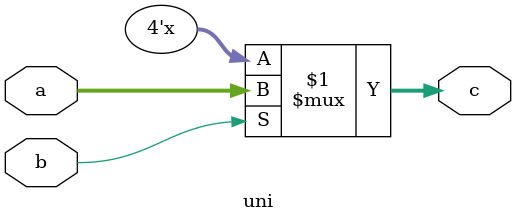
<source format=v>
`timescale 1ns / 1ps


module uni(
    input [3:0]a,
    input b,
    output [3:0]c
    );
    assign c=b?a:4'bzzzz;
endmodule

</source>
